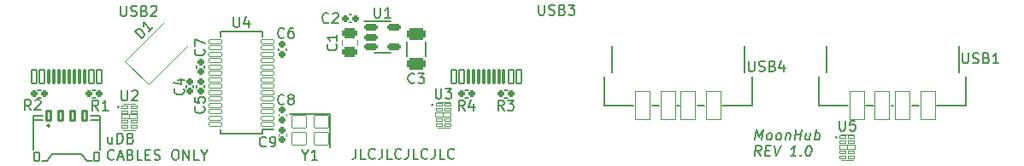
<source format=gbr>
%TF.GenerationSoftware,KiCad,Pcbnew,7.0.6*%
%TF.CreationDate,2024-01-21T15:46:54+00:00*%
%TF.ProjectId,MoonHub,4d6f6f6e-4875-4622-9e6b-696361645f70,rev?*%
%TF.SameCoordinates,Original*%
%TF.FileFunction,Legend,Top*%
%TF.FilePolarity,Positive*%
%FSLAX46Y46*%
G04 Gerber Fmt 4.6, Leading zero omitted, Abs format (unit mm)*
G04 Created by KiCad (PCBNEW 7.0.6) date 2024-01-21 15:46:54*
%MOMM*%
%LPD*%
G01*
G04 APERTURE LIST*
G04 Aperture macros list*
%AMRoundRect*
0 Rectangle with rounded corners*
0 $1 Rounding radius*
0 $2 $3 $4 $5 $6 $7 $8 $9 X,Y pos of 4 corners*
0 Add a 4 corners polygon primitive as box body*
4,1,4,$2,$3,$4,$5,$6,$7,$8,$9,$2,$3,0*
0 Add four circle primitives for the rounded corners*
1,1,$1+$1,$2,$3*
1,1,$1+$1,$4,$5*
1,1,$1+$1,$6,$7*
1,1,$1+$1,$8,$9*
0 Add four rect primitives between the rounded corners*
20,1,$1+$1,$2,$3,$4,$5,0*
20,1,$1+$1,$4,$5,$6,$7,0*
20,1,$1+$1,$6,$7,$8,$9,0*
20,1,$1+$1,$8,$9,$2,$3,0*%
G04 Aperture macros list end*
%ADD10C,0.203200*%
%ADD11C,0.153000*%
%ADD12C,0.150000*%
%ADD13C,0.120000*%
%ADD14C,0.100000*%
%ADD15C,0.200000*%
%ADD16C,0.650000*%
%ADD17RoundRect,0.288000X0.475000X-0.250000X0.475000X0.250000X-0.475000X0.250000X-0.475000X-0.250000X0*%
%ADD18C,2.276000*%
%ADD19RoundRect,0.038000X-0.337500X0.100000X-0.337500X-0.100000X0.337500X-0.100000X0.337500X0.100000X0*%
%ADD20RoundRect,0.038000X-0.387500X0.200000X-0.387500X-0.200000X0.387500X-0.200000X0.387500X0.200000X0*%
%ADD21RoundRect,0.178000X-0.170000X0.140000X-0.170000X-0.140000X0.170000X-0.140000X0.170000X0.140000X0*%
%ADD22RoundRect,0.288000X-0.650000X0.325000X-0.650000X-0.325000X0.650000X-0.325000X0.650000X0.325000X0*%
%ADD23O,1.376000X1.976000*%
%ADD24O,1.176000X2.276000*%
%ADD25RoundRect,0.098000X0.090000X0.665000X-0.090000X0.665000X-0.090000X-0.665000X0.090000X-0.665000X0*%
%ADD26RoundRect,0.098000X0.240000X0.665000X-0.240000X0.665000X-0.240000X-0.665000X0.240000X-0.665000X0*%
%ADD27C,0.726000*%
%ADD28RoundRect,0.178000X0.140000X0.170000X-0.140000X0.170000X-0.140000X-0.170000X0.140000X-0.170000X0*%
%ADD29RoundRect,0.288000X-0.247487X-1.166726X1.166726X0.247487X0.247487X1.166726X-1.166726X-0.247487X0*%
%ADD30RoundRect,0.178000X0.170000X-0.140000X0.170000X0.140000X-0.170000X0.140000X-0.170000X-0.140000X0*%
%ADD31RoundRect,0.173000X0.135000X0.185000X-0.135000X0.185000X-0.135000X-0.185000X0.135000X-0.185000X0*%
%ADD32RoundRect,0.173000X-0.135000X-0.185000X0.135000X-0.185000X0.135000X0.185000X-0.135000X0.185000X0*%
%ADD33RoundRect,0.038000X0.600000X0.200000X-0.600000X0.200000X-0.600000X-0.200000X0.600000X-0.200000X0*%
%ADD34RoundRect,0.100000X-0.250000X-0.400000X0.250000X-0.400000X0.250000X0.400000X-0.250000X0.400000X0*%
%ADD35RoundRect,0.125000X-0.250000X-0.475000X0.250000X-0.475000X0.250000X0.475000X-0.250000X0.475000X0*%
%ADD36RoundRect,0.038000X0.700000X0.600000X-0.700000X0.600000X-0.700000X-0.600000X0.700000X-0.600000X0*%
%ADD37RoundRect,0.038000X-0.700000X-1.400000X0.700000X-1.400000X0.700000X1.400000X-0.700000X1.400000X0*%
%ADD38O,1.476000X2.576000*%
%ADD39C,3.576001*%
%ADD40RoundRect,0.188000X-0.512500X-0.150000X0.512500X-0.150000X0.512500X0.150000X-0.512500X0.150000X0*%
G04 APERTURE END LIST*
D10*
X13511017Y-13652000D02*
X13511017Y-14329333D01*
X13075588Y-13652000D02*
X13075588Y-14184191D01*
X13075588Y-14184191D02*
X13123969Y-14280953D01*
X13123969Y-14280953D02*
X13220731Y-14329333D01*
X13220731Y-14329333D02*
X13365874Y-14329333D01*
X13365874Y-14329333D02*
X13462636Y-14280953D01*
X13462636Y-14280953D02*
X13511017Y-14232572D01*
X13994826Y-14329333D02*
X13994826Y-13313333D01*
X13994826Y-13313333D02*
X14236731Y-13313333D01*
X14236731Y-13313333D02*
X14381874Y-13361714D01*
X14381874Y-13361714D02*
X14478636Y-13458476D01*
X14478636Y-13458476D02*
X14527017Y-13555238D01*
X14527017Y-13555238D02*
X14575398Y-13748762D01*
X14575398Y-13748762D02*
X14575398Y-13893905D01*
X14575398Y-13893905D02*
X14527017Y-14087429D01*
X14527017Y-14087429D02*
X14478636Y-14184191D01*
X14478636Y-14184191D02*
X14381874Y-14280953D01*
X14381874Y-14280953D02*
X14236731Y-14329333D01*
X14236731Y-14329333D02*
X13994826Y-14329333D01*
X15349493Y-13797143D02*
X15494636Y-13845524D01*
X15494636Y-13845524D02*
X15543017Y-13893905D01*
X15543017Y-13893905D02*
X15591398Y-13990667D01*
X15591398Y-13990667D02*
X15591398Y-14135810D01*
X15591398Y-14135810D02*
X15543017Y-14232572D01*
X15543017Y-14232572D02*
X15494636Y-14280953D01*
X15494636Y-14280953D02*
X15397874Y-14329333D01*
X15397874Y-14329333D02*
X15010826Y-14329333D01*
X15010826Y-14329333D02*
X15010826Y-13313333D01*
X15010826Y-13313333D02*
X15349493Y-13313333D01*
X15349493Y-13313333D02*
X15446255Y-13361714D01*
X15446255Y-13361714D02*
X15494636Y-13410095D01*
X15494636Y-13410095D02*
X15543017Y-13506857D01*
X15543017Y-13506857D02*
X15543017Y-13603619D01*
X15543017Y-13603619D02*
X15494636Y-13700381D01*
X15494636Y-13700381D02*
X15446255Y-13748762D01*
X15446255Y-13748762D02*
X15349493Y-13797143D01*
X15349493Y-13797143D02*
X15010826Y-13797143D01*
X13656160Y-15868332D02*
X13607779Y-15916713D01*
X13607779Y-15916713D02*
X13462636Y-15965093D01*
X13462636Y-15965093D02*
X13365874Y-15965093D01*
X13365874Y-15965093D02*
X13220731Y-15916713D01*
X13220731Y-15916713D02*
X13123969Y-15819951D01*
X13123969Y-15819951D02*
X13075588Y-15723189D01*
X13075588Y-15723189D02*
X13027207Y-15529665D01*
X13027207Y-15529665D02*
X13027207Y-15384522D01*
X13027207Y-15384522D02*
X13075588Y-15190998D01*
X13075588Y-15190998D02*
X13123969Y-15094236D01*
X13123969Y-15094236D02*
X13220731Y-14997474D01*
X13220731Y-14997474D02*
X13365874Y-14949093D01*
X13365874Y-14949093D02*
X13462636Y-14949093D01*
X13462636Y-14949093D02*
X13607779Y-14997474D01*
X13607779Y-14997474D02*
X13656160Y-15045855D01*
X14043207Y-15674808D02*
X14527017Y-15674808D01*
X13946445Y-15965093D02*
X14285112Y-14949093D01*
X14285112Y-14949093D02*
X14623779Y-15965093D01*
X15301112Y-15432903D02*
X15446255Y-15481284D01*
X15446255Y-15481284D02*
X15494636Y-15529665D01*
X15494636Y-15529665D02*
X15543017Y-15626427D01*
X15543017Y-15626427D02*
X15543017Y-15771570D01*
X15543017Y-15771570D02*
X15494636Y-15868332D01*
X15494636Y-15868332D02*
X15446255Y-15916713D01*
X15446255Y-15916713D02*
X15349493Y-15965093D01*
X15349493Y-15965093D02*
X14962445Y-15965093D01*
X14962445Y-15965093D02*
X14962445Y-14949093D01*
X14962445Y-14949093D02*
X15301112Y-14949093D01*
X15301112Y-14949093D02*
X15397874Y-14997474D01*
X15397874Y-14997474D02*
X15446255Y-15045855D01*
X15446255Y-15045855D02*
X15494636Y-15142617D01*
X15494636Y-15142617D02*
X15494636Y-15239379D01*
X15494636Y-15239379D02*
X15446255Y-15336141D01*
X15446255Y-15336141D02*
X15397874Y-15384522D01*
X15397874Y-15384522D02*
X15301112Y-15432903D01*
X15301112Y-15432903D02*
X14962445Y-15432903D01*
X16462255Y-15965093D02*
X15978445Y-15965093D01*
X15978445Y-15965093D02*
X15978445Y-14949093D01*
X16800921Y-15432903D02*
X17139588Y-15432903D01*
X17284731Y-15965093D02*
X16800921Y-15965093D01*
X16800921Y-15965093D02*
X16800921Y-14949093D01*
X16800921Y-14949093D02*
X17284731Y-14949093D01*
X17671778Y-15916713D02*
X17816921Y-15965093D01*
X17816921Y-15965093D02*
X18058826Y-15965093D01*
X18058826Y-15965093D02*
X18155588Y-15916713D01*
X18155588Y-15916713D02*
X18203969Y-15868332D01*
X18203969Y-15868332D02*
X18252350Y-15771570D01*
X18252350Y-15771570D02*
X18252350Y-15674808D01*
X18252350Y-15674808D02*
X18203969Y-15578046D01*
X18203969Y-15578046D02*
X18155588Y-15529665D01*
X18155588Y-15529665D02*
X18058826Y-15481284D01*
X18058826Y-15481284D02*
X17865302Y-15432903D01*
X17865302Y-15432903D02*
X17768540Y-15384522D01*
X17768540Y-15384522D02*
X17720159Y-15336141D01*
X17720159Y-15336141D02*
X17671778Y-15239379D01*
X17671778Y-15239379D02*
X17671778Y-15142617D01*
X17671778Y-15142617D02*
X17720159Y-15045855D01*
X17720159Y-15045855D02*
X17768540Y-14997474D01*
X17768540Y-14997474D02*
X17865302Y-14949093D01*
X17865302Y-14949093D02*
X18107207Y-14949093D01*
X18107207Y-14949093D02*
X18252350Y-14997474D01*
X19655397Y-14949093D02*
X19848921Y-14949093D01*
X19848921Y-14949093D02*
X19945683Y-14997474D01*
X19945683Y-14997474D02*
X20042445Y-15094236D01*
X20042445Y-15094236D02*
X20090826Y-15287760D01*
X20090826Y-15287760D02*
X20090826Y-15626427D01*
X20090826Y-15626427D02*
X20042445Y-15819951D01*
X20042445Y-15819951D02*
X19945683Y-15916713D01*
X19945683Y-15916713D02*
X19848921Y-15965093D01*
X19848921Y-15965093D02*
X19655397Y-15965093D01*
X19655397Y-15965093D02*
X19558635Y-15916713D01*
X19558635Y-15916713D02*
X19461873Y-15819951D01*
X19461873Y-15819951D02*
X19413492Y-15626427D01*
X19413492Y-15626427D02*
X19413492Y-15287760D01*
X19413492Y-15287760D02*
X19461873Y-15094236D01*
X19461873Y-15094236D02*
X19558635Y-14997474D01*
X19558635Y-14997474D02*
X19655397Y-14949093D01*
X20526254Y-15965093D02*
X20526254Y-14949093D01*
X20526254Y-14949093D02*
X21106826Y-15965093D01*
X21106826Y-15965093D02*
X21106826Y-14949093D01*
X22074445Y-15965093D02*
X21590635Y-15965093D01*
X21590635Y-15965093D02*
X21590635Y-14949093D01*
X22606635Y-15481284D02*
X22606635Y-15965093D01*
X22267968Y-14949093D02*
X22606635Y-15481284D01*
X22606635Y-15481284D02*
X22945302Y-14949093D01*
D11*
X37632847Y-14851704D02*
X37632847Y-15577419D01*
X37632847Y-15577419D02*
X37584466Y-15722562D01*
X37584466Y-15722562D02*
X37487704Y-15819324D01*
X37487704Y-15819324D02*
X37342561Y-15867704D01*
X37342561Y-15867704D02*
X37245799Y-15867704D01*
X38600466Y-15867704D02*
X38116656Y-15867704D01*
X38116656Y-15867704D02*
X38116656Y-14851704D01*
X39519704Y-15770943D02*
X39471323Y-15819324D01*
X39471323Y-15819324D02*
X39326180Y-15867704D01*
X39326180Y-15867704D02*
X39229418Y-15867704D01*
X39229418Y-15867704D02*
X39084275Y-15819324D01*
X39084275Y-15819324D02*
X38987513Y-15722562D01*
X38987513Y-15722562D02*
X38939132Y-15625800D01*
X38939132Y-15625800D02*
X38890751Y-15432276D01*
X38890751Y-15432276D02*
X38890751Y-15287133D01*
X38890751Y-15287133D02*
X38939132Y-15093609D01*
X38939132Y-15093609D02*
X38987513Y-14996847D01*
X38987513Y-14996847D02*
X39084275Y-14900085D01*
X39084275Y-14900085D02*
X39229418Y-14851704D01*
X39229418Y-14851704D02*
X39326180Y-14851704D01*
X39326180Y-14851704D02*
X39471323Y-14900085D01*
X39471323Y-14900085D02*
X39519704Y-14948466D01*
X40245418Y-14851704D02*
X40245418Y-15577419D01*
X40245418Y-15577419D02*
X40197037Y-15722562D01*
X40197037Y-15722562D02*
X40100275Y-15819324D01*
X40100275Y-15819324D02*
X39955132Y-15867704D01*
X39955132Y-15867704D02*
X39858370Y-15867704D01*
X41213037Y-15867704D02*
X40729227Y-15867704D01*
X40729227Y-15867704D02*
X40729227Y-14851704D01*
X42132275Y-15770943D02*
X42083894Y-15819324D01*
X42083894Y-15819324D02*
X41938751Y-15867704D01*
X41938751Y-15867704D02*
X41841989Y-15867704D01*
X41841989Y-15867704D02*
X41696846Y-15819324D01*
X41696846Y-15819324D02*
X41600084Y-15722562D01*
X41600084Y-15722562D02*
X41551703Y-15625800D01*
X41551703Y-15625800D02*
X41503322Y-15432276D01*
X41503322Y-15432276D02*
X41503322Y-15287133D01*
X41503322Y-15287133D02*
X41551703Y-15093609D01*
X41551703Y-15093609D02*
X41600084Y-14996847D01*
X41600084Y-14996847D02*
X41696846Y-14900085D01*
X41696846Y-14900085D02*
X41841989Y-14851704D01*
X41841989Y-14851704D02*
X41938751Y-14851704D01*
X41938751Y-14851704D02*
X42083894Y-14900085D01*
X42083894Y-14900085D02*
X42132275Y-14948466D01*
X42857989Y-14851704D02*
X42857989Y-15577419D01*
X42857989Y-15577419D02*
X42809608Y-15722562D01*
X42809608Y-15722562D02*
X42712846Y-15819324D01*
X42712846Y-15819324D02*
X42567703Y-15867704D01*
X42567703Y-15867704D02*
X42470941Y-15867704D01*
X43825608Y-15867704D02*
X43341798Y-15867704D01*
X43341798Y-15867704D02*
X43341798Y-14851704D01*
X44744846Y-15770943D02*
X44696465Y-15819324D01*
X44696465Y-15819324D02*
X44551322Y-15867704D01*
X44551322Y-15867704D02*
X44454560Y-15867704D01*
X44454560Y-15867704D02*
X44309417Y-15819324D01*
X44309417Y-15819324D02*
X44212655Y-15722562D01*
X44212655Y-15722562D02*
X44164274Y-15625800D01*
X44164274Y-15625800D02*
X44115893Y-15432276D01*
X44115893Y-15432276D02*
X44115893Y-15287133D01*
X44115893Y-15287133D02*
X44164274Y-15093609D01*
X44164274Y-15093609D02*
X44212655Y-14996847D01*
X44212655Y-14996847D02*
X44309417Y-14900085D01*
X44309417Y-14900085D02*
X44454560Y-14851704D01*
X44454560Y-14851704D02*
X44551322Y-14851704D01*
X44551322Y-14851704D02*
X44696465Y-14900085D01*
X44696465Y-14900085D02*
X44744846Y-14948466D01*
X45470560Y-14851704D02*
X45470560Y-15577419D01*
X45470560Y-15577419D02*
X45422179Y-15722562D01*
X45422179Y-15722562D02*
X45325417Y-15819324D01*
X45325417Y-15819324D02*
X45180274Y-15867704D01*
X45180274Y-15867704D02*
X45083512Y-15867704D01*
X46438179Y-15867704D02*
X45954369Y-15867704D01*
X45954369Y-15867704D02*
X45954369Y-14851704D01*
X47357417Y-15770943D02*
X47309036Y-15819324D01*
X47309036Y-15819324D02*
X47163893Y-15867704D01*
X47163893Y-15867704D02*
X47067131Y-15867704D01*
X47067131Y-15867704D02*
X46921988Y-15819324D01*
X46921988Y-15819324D02*
X46825226Y-15722562D01*
X46825226Y-15722562D02*
X46776845Y-15625800D01*
X46776845Y-15625800D02*
X46728464Y-15432276D01*
X46728464Y-15432276D02*
X46728464Y-15287133D01*
X46728464Y-15287133D02*
X46776845Y-15093609D01*
X46776845Y-15093609D02*
X46825226Y-14996847D01*
X46825226Y-14996847D02*
X46921988Y-14900085D01*
X46921988Y-14900085D02*
X47067131Y-14851704D01*
X47067131Y-14851704D02*
X47163893Y-14851704D01*
X47163893Y-14851704D02*
X47309036Y-14900085D01*
X47309036Y-14900085D02*
X47357417Y-14948466D01*
D10*
X77169541Y-13965093D02*
X77296541Y-12949093D01*
X77296541Y-12949093D02*
X77544493Y-13674808D01*
X77544493Y-13674808D02*
X77973874Y-12949093D01*
X77973874Y-12949093D02*
X77846874Y-13965093D01*
X78475827Y-13965093D02*
X78385112Y-13916713D01*
X78385112Y-13916713D02*
X78342779Y-13868332D01*
X78342779Y-13868332D02*
X78306493Y-13771570D01*
X78306493Y-13771570D02*
X78342779Y-13481284D01*
X78342779Y-13481284D02*
X78403255Y-13384522D01*
X78403255Y-13384522D02*
X78457684Y-13336141D01*
X78457684Y-13336141D02*
X78560493Y-13287760D01*
X78560493Y-13287760D02*
X78705636Y-13287760D01*
X78705636Y-13287760D02*
X78796350Y-13336141D01*
X78796350Y-13336141D02*
X78838684Y-13384522D01*
X78838684Y-13384522D02*
X78874969Y-13481284D01*
X78874969Y-13481284D02*
X78838684Y-13771570D01*
X78838684Y-13771570D02*
X78778207Y-13868332D01*
X78778207Y-13868332D02*
X78723779Y-13916713D01*
X78723779Y-13916713D02*
X78620969Y-13965093D01*
X78620969Y-13965093D02*
X78475827Y-13965093D01*
X79395065Y-13965093D02*
X79304350Y-13916713D01*
X79304350Y-13916713D02*
X79262017Y-13868332D01*
X79262017Y-13868332D02*
X79225731Y-13771570D01*
X79225731Y-13771570D02*
X79262017Y-13481284D01*
X79262017Y-13481284D02*
X79322493Y-13384522D01*
X79322493Y-13384522D02*
X79376922Y-13336141D01*
X79376922Y-13336141D02*
X79479731Y-13287760D01*
X79479731Y-13287760D02*
X79624874Y-13287760D01*
X79624874Y-13287760D02*
X79715588Y-13336141D01*
X79715588Y-13336141D02*
X79757922Y-13384522D01*
X79757922Y-13384522D02*
X79794207Y-13481284D01*
X79794207Y-13481284D02*
X79757922Y-13771570D01*
X79757922Y-13771570D02*
X79697445Y-13868332D01*
X79697445Y-13868332D02*
X79643017Y-13916713D01*
X79643017Y-13916713D02*
X79540207Y-13965093D01*
X79540207Y-13965093D02*
X79395065Y-13965093D01*
X80253826Y-13287760D02*
X80169160Y-13965093D01*
X80241731Y-13384522D02*
X80296160Y-13336141D01*
X80296160Y-13336141D02*
X80398969Y-13287760D01*
X80398969Y-13287760D02*
X80544112Y-13287760D01*
X80544112Y-13287760D02*
X80634826Y-13336141D01*
X80634826Y-13336141D02*
X80671112Y-13432903D01*
X80671112Y-13432903D02*
X80604588Y-13965093D01*
X81088398Y-13965093D02*
X81215398Y-12949093D01*
X81154921Y-13432903D02*
X81735493Y-13432903D01*
X81668969Y-13965093D02*
X81795969Y-12949093D01*
X82672874Y-13287760D02*
X82588207Y-13965093D01*
X82237445Y-13287760D02*
X82170922Y-13819951D01*
X82170922Y-13819951D02*
X82207207Y-13916713D01*
X82207207Y-13916713D02*
X82297922Y-13965093D01*
X82297922Y-13965093D02*
X82443064Y-13965093D01*
X82443064Y-13965093D02*
X82545874Y-13916713D01*
X82545874Y-13916713D02*
X82600302Y-13868332D01*
X83072017Y-13965093D02*
X83199017Y-12949093D01*
X83150636Y-13336141D02*
X83253445Y-13287760D01*
X83253445Y-13287760D02*
X83446969Y-13287760D01*
X83446969Y-13287760D02*
X83537683Y-13336141D01*
X83537683Y-13336141D02*
X83580017Y-13384522D01*
X83580017Y-13384522D02*
X83616302Y-13481284D01*
X83616302Y-13481284D02*
X83580017Y-13771570D01*
X83580017Y-13771570D02*
X83519540Y-13868332D01*
X83519540Y-13868332D02*
X83465112Y-13916713D01*
X83465112Y-13916713D02*
X83362302Y-13965093D01*
X83362302Y-13965093D02*
X83168779Y-13965093D01*
X83168779Y-13965093D02*
X83078064Y-13916713D01*
D11*
X77717085Y-15567704D02*
X77438895Y-15083895D01*
X77136514Y-15567704D02*
X77263514Y-14551704D01*
X77263514Y-14551704D02*
X77650561Y-14551704D01*
X77650561Y-14551704D02*
X77741276Y-14600085D01*
X77741276Y-14600085D02*
X77783609Y-14648466D01*
X77783609Y-14648466D02*
X77819895Y-14745228D01*
X77819895Y-14745228D02*
X77801752Y-14890371D01*
X77801752Y-14890371D02*
X77741276Y-14987133D01*
X77741276Y-14987133D02*
X77686847Y-15035514D01*
X77686847Y-15035514D02*
X77584037Y-15083895D01*
X77584037Y-15083895D02*
X77196990Y-15083895D01*
X78219037Y-15035514D02*
X78557704Y-15035514D01*
X78636323Y-15567704D02*
X78152514Y-15567704D01*
X78152514Y-15567704D02*
X78279514Y-14551704D01*
X78279514Y-14551704D02*
X78763323Y-14551704D01*
X79053609Y-14551704D02*
X79265275Y-15567704D01*
X79265275Y-15567704D02*
X79730942Y-14551704D01*
X81248894Y-15567704D02*
X80668323Y-15567704D01*
X80958608Y-15567704D02*
X81085608Y-14551704D01*
X81085608Y-14551704D02*
X80970704Y-14696847D01*
X80970704Y-14696847D02*
X80861847Y-14793609D01*
X80861847Y-14793609D02*
X80759037Y-14841990D01*
X81696418Y-15470943D02*
X81738751Y-15519324D01*
X81738751Y-15519324D02*
X81684323Y-15567704D01*
X81684323Y-15567704D02*
X81641989Y-15519324D01*
X81641989Y-15519324D02*
X81696418Y-15470943D01*
X81696418Y-15470943D02*
X81684323Y-15567704D01*
X82488656Y-14551704D02*
X82585418Y-14551704D01*
X82585418Y-14551704D02*
X82676133Y-14600085D01*
X82676133Y-14600085D02*
X82718466Y-14648466D01*
X82718466Y-14648466D02*
X82754752Y-14745228D01*
X82754752Y-14745228D02*
X82778942Y-14938752D01*
X82778942Y-14938752D02*
X82748704Y-15180657D01*
X82748704Y-15180657D02*
X82676133Y-15374181D01*
X82676133Y-15374181D02*
X82615656Y-15470943D01*
X82615656Y-15470943D02*
X82561228Y-15519324D01*
X82561228Y-15519324D02*
X82458418Y-15567704D01*
X82458418Y-15567704D02*
X82361656Y-15567704D01*
X82361656Y-15567704D02*
X82270942Y-15519324D01*
X82270942Y-15519324D02*
X82228609Y-15470943D01*
X82228609Y-15470943D02*
X82192323Y-15374181D01*
X82192323Y-15374181D02*
X82168133Y-15180657D01*
X82168133Y-15180657D02*
X82198371Y-14938752D01*
X82198371Y-14938752D02*
X82270942Y-14745228D01*
X82270942Y-14745228D02*
X82331418Y-14648466D01*
X82331418Y-14648466D02*
X82385847Y-14600085D01*
X82385847Y-14600085D02*
X82488656Y-14551704D01*
D12*
X35679580Y-4466666D02*
X35727200Y-4514285D01*
X35727200Y-4514285D02*
X35774819Y-4657142D01*
X35774819Y-4657142D02*
X35774819Y-4752380D01*
X35774819Y-4752380D02*
X35727200Y-4895237D01*
X35727200Y-4895237D02*
X35631961Y-4990475D01*
X35631961Y-4990475D02*
X35536723Y-5038094D01*
X35536723Y-5038094D02*
X35346247Y-5085713D01*
X35346247Y-5085713D02*
X35203390Y-5085713D01*
X35203390Y-5085713D02*
X35012914Y-5038094D01*
X35012914Y-5038094D02*
X34917676Y-4990475D01*
X34917676Y-4990475D02*
X34822438Y-4895237D01*
X34822438Y-4895237D02*
X34774819Y-4752380D01*
X34774819Y-4752380D02*
X34774819Y-4657142D01*
X34774819Y-4657142D02*
X34822438Y-4514285D01*
X34822438Y-4514285D02*
X34870057Y-4466666D01*
X35774819Y-3514285D02*
X35774819Y-4085713D01*
X35774819Y-3799999D02*
X34774819Y-3799999D01*
X34774819Y-3799999D02*
X34917676Y-3895237D01*
X34917676Y-3895237D02*
X35012914Y-3990475D01*
X35012914Y-3990475D02*
X35060533Y-4085713D01*
D11*
X45525904Y-8846064D02*
X45525904Y-9668541D01*
X45525904Y-9668541D02*
X45574285Y-9765303D01*
X45574285Y-9765303D02*
X45622666Y-9813684D01*
X45622666Y-9813684D02*
X45719428Y-9862064D01*
X45719428Y-9862064D02*
X45912952Y-9862064D01*
X45912952Y-9862064D02*
X46009714Y-9813684D01*
X46009714Y-9813684D02*
X46058095Y-9765303D01*
X46058095Y-9765303D02*
X46106476Y-9668541D01*
X46106476Y-9668541D02*
X46106476Y-8846064D01*
X46493523Y-8846064D02*
X47122476Y-8846064D01*
X47122476Y-8846064D02*
X46783809Y-9233112D01*
X46783809Y-9233112D02*
X46928952Y-9233112D01*
X46928952Y-9233112D02*
X47025714Y-9281493D01*
X47025714Y-9281493D02*
X47074095Y-9329874D01*
X47074095Y-9329874D02*
X47122476Y-9426636D01*
X47122476Y-9426636D02*
X47122476Y-9668541D01*
X47122476Y-9668541D02*
X47074095Y-9765303D01*
X47074095Y-9765303D02*
X47025714Y-9813684D01*
X47025714Y-9813684D02*
X46928952Y-9862064D01*
X46928952Y-9862064D02*
X46638666Y-9862064D01*
X46638666Y-9862064D02*
X46541904Y-9813684D01*
X46541904Y-9813684D02*
X46493523Y-9765303D01*
D12*
X28733333Y-14559580D02*
X28685714Y-14607200D01*
X28685714Y-14607200D02*
X28542857Y-14654819D01*
X28542857Y-14654819D02*
X28447619Y-14654819D01*
X28447619Y-14654819D02*
X28304762Y-14607200D01*
X28304762Y-14607200D02*
X28209524Y-14511961D01*
X28209524Y-14511961D02*
X28161905Y-14416723D01*
X28161905Y-14416723D02*
X28114286Y-14226247D01*
X28114286Y-14226247D02*
X28114286Y-14083390D01*
X28114286Y-14083390D02*
X28161905Y-13892914D01*
X28161905Y-13892914D02*
X28209524Y-13797676D01*
X28209524Y-13797676D02*
X28304762Y-13702438D01*
X28304762Y-13702438D02*
X28447619Y-13654819D01*
X28447619Y-13654819D02*
X28542857Y-13654819D01*
X28542857Y-13654819D02*
X28685714Y-13702438D01*
X28685714Y-13702438D02*
X28733333Y-13750057D01*
X29209524Y-14654819D02*
X29400000Y-14654819D01*
X29400000Y-14654819D02*
X29495238Y-14607200D01*
X29495238Y-14607200D02*
X29542857Y-14559580D01*
X29542857Y-14559580D02*
X29638095Y-14416723D01*
X29638095Y-14416723D02*
X29685714Y-14226247D01*
X29685714Y-14226247D02*
X29685714Y-13845295D01*
X29685714Y-13845295D02*
X29638095Y-13750057D01*
X29638095Y-13750057D02*
X29590476Y-13702438D01*
X29590476Y-13702438D02*
X29495238Y-13654819D01*
X29495238Y-13654819D02*
X29304762Y-13654819D01*
X29304762Y-13654819D02*
X29209524Y-13702438D01*
X29209524Y-13702438D02*
X29161905Y-13750057D01*
X29161905Y-13750057D02*
X29114286Y-13845295D01*
X29114286Y-13845295D02*
X29114286Y-14083390D01*
X29114286Y-14083390D02*
X29161905Y-14178628D01*
X29161905Y-14178628D02*
X29209524Y-14226247D01*
X29209524Y-14226247D02*
X29304762Y-14273866D01*
X29304762Y-14273866D02*
X29495238Y-14273866D01*
X29495238Y-14273866D02*
X29590476Y-14226247D01*
X29590476Y-14226247D02*
X29638095Y-14178628D01*
X29638095Y-14178628D02*
X29685714Y-14083390D01*
D11*
X43430667Y-8265303D02*
X43382286Y-8313684D01*
X43382286Y-8313684D02*
X43237143Y-8362064D01*
X43237143Y-8362064D02*
X43140381Y-8362064D01*
X43140381Y-8362064D02*
X42995238Y-8313684D01*
X42995238Y-8313684D02*
X42898476Y-8216922D01*
X42898476Y-8216922D02*
X42850095Y-8120160D01*
X42850095Y-8120160D02*
X42801714Y-7926636D01*
X42801714Y-7926636D02*
X42801714Y-7781493D01*
X42801714Y-7781493D02*
X42850095Y-7587969D01*
X42850095Y-7587969D02*
X42898476Y-7491207D01*
X42898476Y-7491207D02*
X42995238Y-7394445D01*
X42995238Y-7394445D02*
X43140381Y-7346064D01*
X43140381Y-7346064D02*
X43237143Y-7346064D01*
X43237143Y-7346064D02*
X43382286Y-7394445D01*
X43382286Y-7394445D02*
X43430667Y-7442826D01*
X43769333Y-7346064D02*
X44398286Y-7346064D01*
X44398286Y-7346064D02*
X44059619Y-7733112D01*
X44059619Y-7733112D02*
X44204762Y-7733112D01*
X44204762Y-7733112D02*
X44301524Y-7781493D01*
X44301524Y-7781493D02*
X44349905Y-7829874D01*
X44349905Y-7829874D02*
X44398286Y-7926636D01*
X44398286Y-7926636D02*
X44398286Y-8168541D01*
X44398286Y-8168541D02*
X44349905Y-8265303D01*
X44349905Y-8265303D02*
X44301524Y-8313684D01*
X44301524Y-8313684D02*
X44204762Y-8362064D01*
X44204762Y-8362064D02*
X43914476Y-8362064D01*
X43914476Y-8362064D02*
X43817714Y-8313684D01*
X43817714Y-8313684D02*
X43769333Y-8265303D01*
X55734095Y-546064D02*
X55734095Y-1368541D01*
X55734095Y-1368541D02*
X55782476Y-1465303D01*
X55782476Y-1465303D02*
X55830857Y-1513684D01*
X55830857Y-1513684D02*
X55927619Y-1562064D01*
X55927619Y-1562064D02*
X56121143Y-1562064D01*
X56121143Y-1562064D02*
X56217905Y-1513684D01*
X56217905Y-1513684D02*
X56266286Y-1465303D01*
X56266286Y-1465303D02*
X56314667Y-1368541D01*
X56314667Y-1368541D02*
X56314667Y-546064D01*
X56750095Y-1513684D02*
X56895238Y-1562064D01*
X56895238Y-1562064D02*
X57137143Y-1562064D01*
X57137143Y-1562064D02*
X57233905Y-1513684D01*
X57233905Y-1513684D02*
X57282286Y-1465303D01*
X57282286Y-1465303D02*
X57330667Y-1368541D01*
X57330667Y-1368541D02*
X57330667Y-1271779D01*
X57330667Y-1271779D02*
X57282286Y-1175017D01*
X57282286Y-1175017D02*
X57233905Y-1126636D01*
X57233905Y-1126636D02*
X57137143Y-1078255D01*
X57137143Y-1078255D02*
X56943619Y-1029874D01*
X56943619Y-1029874D02*
X56846857Y-981493D01*
X56846857Y-981493D02*
X56798476Y-933112D01*
X56798476Y-933112D02*
X56750095Y-836350D01*
X56750095Y-836350D02*
X56750095Y-739588D01*
X56750095Y-739588D02*
X56798476Y-642826D01*
X56798476Y-642826D02*
X56846857Y-594445D01*
X56846857Y-594445D02*
X56943619Y-546064D01*
X56943619Y-546064D02*
X57185524Y-546064D01*
X57185524Y-546064D02*
X57330667Y-594445D01*
X58104762Y-1029874D02*
X58249905Y-1078255D01*
X58249905Y-1078255D02*
X58298286Y-1126636D01*
X58298286Y-1126636D02*
X58346667Y-1223398D01*
X58346667Y-1223398D02*
X58346667Y-1368541D01*
X58346667Y-1368541D02*
X58298286Y-1465303D01*
X58298286Y-1465303D02*
X58249905Y-1513684D01*
X58249905Y-1513684D02*
X58153143Y-1562064D01*
X58153143Y-1562064D02*
X57766095Y-1562064D01*
X57766095Y-1562064D02*
X57766095Y-546064D01*
X57766095Y-546064D02*
X58104762Y-546064D01*
X58104762Y-546064D02*
X58201524Y-594445D01*
X58201524Y-594445D02*
X58249905Y-642826D01*
X58249905Y-642826D02*
X58298286Y-739588D01*
X58298286Y-739588D02*
X58298286Y-836350D01*
X58298286Y-836350D02*
X58249905Y-933112D01*
X58249905Y-933112D02*
X58201524Y-981493D01*
X58201524Y-981493D02*
X58104762Y-1029874D01*
X58104762Y-1029874D02*
X57766095Y-1029874D01*
X58685333Y-546064D02*
X59314286Y-546064D01*
X59314286Y-546064D02*
X58975619Y-933112D01*
X58975619Y-933112D02*
X59120762Y-933112D01*
X59120762Y-933112D02*
X59217524Y-981493D01*
X59217524Y-981493D02*
X59265905Y-1029874D01*
X59265905Y-1029874D02*
X59314286Y-1126636D01*
X59314286Y-1126636D02*
X59314286Y-1368541D01*
X59314286Y-1368541D02*
X59265905Y-1465303D01*
X59265905Y-1465303D02*
X59217524Y-1513684D01*
X59217524Y-1513684D02*
X59120762Y-1562064D01*
X59120762Y-1562064D02*
X58830476Y-1562064D01*
X58830476Y-1562064D02*
X58733714Y-1513684D01*
X58733714Y-1513684D02*
X58685333Y-1465303D01*
X34930667Y-2265303D02*
X34882286Y-2313684D01*
X34882286Y-2313684D02*
X34737143Y-2362064D01*
X34737143Y-2362064D02*
X34640381Y-2362064D01*
X34640381Y-2362064D02*
X34495238Y-2313684D01*
X34495238Y-2313684D02*
X34398476Y-2216922D01*
X34398476Y-2216922D02*
X34350095Y-2120160D01*
X34350095Y-2120160D02*
X34301714Y-1926636D01*
X34301714Y-1926636D02*
X34301714Y-1781493D01*
X34301714Y-1781493D02*
X34350095Y-1587969D01*
X34350095Y-1587969D02*
X34398476Y-1491207D01*
X34398476Y-1491207D02*
X34495238Y-1394445D01*
X34495238Y-1394445D02*
X34640381Y-1346064D01*
X34640381Y-1346064D02*
X34737143Y-1346064D01*
X34737143Y-1346064D02*
X34882286Y-1394445D01*
X34882286Y-1394445D02*
X34930667Y-1442826D01*
X35317714Y-1442826D02*
X35366095Y-1394445D01*
X35366095Y-1394445D02*
X35462857Y-1346064D01*
X35462857Y-1346064D02*
X35704762Y-1346064D01*
X35704762Y-1346064D02*
X35801524Y-1394445D01*
X35801524Y-1394445D02*
X35849905Y-1442826D01*
X35849905Y-1442826D02*
X35898286Y-1539588D01*
X35898286Y-1539588D02*
X35898286Y-1636350D01*
X35898286Y-1636350D02*
X35849905Y-1781493D01*
X35849905Y-1781493D02*
X35269333Y-2362064D01*
X35269333Y-2362064D02*
X35898286Y-2362064D01*
D12*
X16431926Y-3875750D02*
X15724820Y-3168643D01*
X15724820Y-3168643D02*
X15893178Y-3000284D01*
X15893178Y-3000284D02*
X16027865Y-2932941D01*
X16027865Y-2932941D02*
X16162552Y-2932941D01*
X16162552Y-2932941D02*
X16263568Y-2966613D01*
X16263568Y-2966613D02*
X16431926Y-3067628D01*
X16431926Y-3067628D02*
X16532942Y-3168643D01*
X16532942Y-3168643D02*
X16633957Y-3337002D01*
X16633957Y-3337002D02*
X16667629Y-3438017D01*
X16667629Y-3438017D02*
X16667629Y-3572704D01*
X16667629Y-3572704D02*
X16600285Y-3707391D01*
X16600285Y-3707391D02*
X16431926Y-3875750D01*
X17509422Y-2798254D02*
X17105361Y-3202315D01*
X17307392Y-3000284D02*
X16600285Y-2293178D01*
X16600285Y-2293178D02*
X16633957Y-2461536D01*
X16633957Y-2461536D02*
X16633957Y-2596223D01*
X16633957Y-2596223D02*
X16600285Y-2697239D01*
D11*
X20565303Y-8869332D02*
X20613684Y-8917713D01*
X20613684Y-8917713D02*
X20662064Y-9062856D01*
X20662064Y-9062856D02*
X20662064Y-9159618D01*
X20662064Y-9159618D02*
X20613684Y-9304761D01*
X20613684Y-9304761D02*
X20516922Y-9401523D01*
X20516922Y-9401523D02*
X20420160Y-9449904D01*
X20420160Y-9449904D02*
X20226636Y-9498285D01*
X20226636Y-9498285D02*
X20081493Y-9498285D01*
X20081493Y-9498285D02*
X19887969Y-9449904D01*
X19887969Y-9449904D02*
X19791207Y-9401523D01*
X19791207Y-9401523D02*
X19694445Y-9304761D01*
X19694445Y-9304761D02*
X19646064Y-9159618D01*
X19646064Y-9159618D02*
X19646064Y-9062856D01*
X19646064Y-9062856D02*
X19694445Y-8917713D01*
X19694445Y-8917713D02*
X19742826Y-8869332D01*
X19984731Y-7998475D02*
X20662064Y-7998475D01*
X19597684Y-8240380D02*
X20323398Y-8482285D01*
X20323398Y-8482285D02*
X20323398Y-7853332D01*
D12*
X30533333Y-10359580D02*
X30485714Y-10407200D01*
X30485714Y-10407200D02*
X30342857Y-10454819D01*
X30342857Y-10454819D02*
X30247619Y-10454819D01*
X30247619Y-10454819D02*
X30104762Y-10407200D01*
X30104762Y-10407200D02*
X30009524Y-10311961D01*
X30009524Y-10311961D02*
X29961905Y-10216723D01*
X29961905Y-10216723D02*
X29914286Y-10026247D01*
X29914286Y-10026247D02*
X29914286Y-9883390D01*
X29914286Y-9883390D02*
X29961905Y-9692914D01*
X29961905Y-9692914D02*
X30009524Y-9597676D01*
X30009524Y-9597676D02*
X30104762Y-9502438D01*
X30104762Y-9502438D02*
X30247619Y-9454819D01*
X30247619Y-9454819D02*
X30342857Y-9454819D01*
X30342857Y-9454819D02*
X30485714Y-9502438D01*
X30485714Y-9502438D02*
X30533333Y-9550057D01*
X31104762Y-9883390D02*
X31009524Y-9835771D01*
X31009524Y-9835771D02*
X30961905Y-9788152D01*
X30961905Y-9788152D02*
X30914286Y-9692914D01*
X30914286Y-9692914D02*
X30914286Y-9645295D01*
X30914286Y-9645295D02*
X30961905Y-9550057D01*
X30961905Y-9550057D02*
X31009524Y-9502438D01*
X31009524Y-9502438D02*
X31104762Y-9454819D01*
X31104762Y-9454819D02*
X31295238Y-9454819D01*
X31295238Y-9454819D02*
X31390476Y-9502438D01*
X31390476Y-9502438D02*
X31438095Y-9550057D01*
X31438095Y-9550057D02*
X31485714Y-9645295D01*
X31485714Y-9645295D02*
X31485714Y-9692914D01*
X31485714Y-9692914D02*
X31438095Y-9788152D01*
X31438095Y-9788152D02*
X31390476Y-9835771D01*
X31390476Y-9835771D02*
X31295238Y-9883390D01*
X31295238Y-9883390D02*
X31104762Y-9883390D01*
X31104762Y-9883390D02*
X31009524Y-9931009D01*
X31009524Y-9931009D02*
X30961905Y-9978628D01*
X30961905Y-9978628D02*
X30914286Y-10073866D01*
X30914286Y-10073866D02*
X30914286Y-10264342D01*
X30914286Y-10264342D02*
X30961905Y-10359580D01*
X30961905Y-10359580D02*
X31009524Y-10407200D01*
X31009524Y-10407200D02*
X31104762Y-10454819D01*
X31104762Y-10454819D02*
X31295238Y-10454819D01*
X31295238Y-10454819D02*
X31390476Y-10407200D01*
X31390476Y-10407200D02*
X31438095Y-10359580D01*
X31438095Y-10359580D02*
X31485714Y-10264342D01*
X31485714Y-10264342D02*
X31485714Y-10073866D01*
X31485714Y-10073866D02*
X31438095Y-9978628D01*
X31438095Y-9978628D02*
X31390476Y-9931009D01*
X31390476Y-9931009D02*
X31295238Y-9883390D01*
D11*
X52305667Y-11037064D02*
X51967000Y-10553255D01*
X51725095Y-11037064D02*
X51725095Y-10021064D01*
X51725095Y-10021064D02*
X52112143Y-10021064D01*
X52112143Y-10021064D02*
X52208905Y-10069445D01*
X52208905Y-10069445D02*
X52257286Y-10117826D01*
X52257286Y-10117826D02*
X52305667Y-10214588D01*
X52305667Y-10214588D02*
X52305667Y-10359731D01*
X52305667Y-10359731D02*
X52257286Y-10456493D01*
X52257286Y-10456493D02*
X52208905Y-10504874D01*
X52208905Y-10504874D02*
X52112143Y-10553255D01*
X52112143Y-10553255D02*
X51725095Y-10553255D01*
X52644333Y-10021064D02*
X53273286Y-10021064D01*
X53273286Y-10021064D02*
X52934619Y-10408112D01*
X52934619Y-10408112D02*
X53079762Y-10408112D01*
X53079762Y-10408112D02*
X53176524Y-10456493D01*
X53176524Y-10456493D02*
X53224905Y-10504874D01*
X53224905Y-10504874D02*
X53273286Y-10601636D01*
X53273286Y-10601636D02*
X53273286Y-10843541D01*
X53273286Y-10843541D02*
X53224905Y-10940303D01*
X53224905Y-10940303D02*
X53176524Y-10988684D01*
X53176524Y-10988684D02*
X53079762Y-11037064D01*
X53079762Y-11037064D02*
X52789476Y-11037064D01*
X52789476Y-11037064D02*
X52692714Y-10988684D01*
X52692714Y-10988684D02*
X52644333Y-10940303D01*
X48432667Y-11037064D02*
X48094000Y-10553255D01*
X47852095Y-11037064D02*
X47852095Y-10021064D01*
X47852095Y-10021064D02*
X48239143Y-10021064D01*
X48239143Y-10021064D02*
X48335905Y-10069445D01*
X48335905Y-10069445D02*
X48384286Y-10117826D01*
X48384286Y-10117826D02*
X48432667Y-10214588D01*
X48432667Y-10214588D02*
X48432667Y-10359731D01*
X48432667Y-10359731D02*
X48384286Y-10456493D01*
X48384286Y-10456493D02*
X48335905Y-10504874D01*
X48335905Y-10504874D02*
X48239143Y-10553255D01*
X48239143Y-10553255D02*
X47852095Y-10553255D01*
X49303524Y-10359731D02*
X49303524Y-11037064D01*
X49061619Y-9972684D02*
X48819714Y-10698398D01*
X48819714Y-10698398D02*
X49448667Y-10698398D01*
X25525904Y-1746064D02*
X25525904Y-2568541D01*
X25525904Y-2568541D02*
X25574285Y-2665303D01*
X25574285Y-2665303D02*
X25622666Y-2713684D01*
X25622666Y-2713684D02*
X25719428Y-2762064D01*
X25719428Y-2762064D02*
X25912952Y-2762064D01*
X25912952Y-2762064D02*
X26009714Y-2713684D01*
X26009714Y-2713684D02*
X26058095Y-2665303D01*
X26058095Y-2665303D02*
X26106476Y-2568541D01*
X26106476Y-2568541D02*
X26106476Y-1746064D01*
X27025714Y-2084731D02*
X27025714Y-2762064D01*
X26783809Y-1697684D02*
X26541904Y-2423398D01*
X26541904Y-2423398D02*
X27170857Y-2423398D01*
X14425904Y-9046064D02*
X14425904Y-9868541D01*
X14425904Y-9868541D02*
X14474285Y-9965303D01*
X14474285Y-9965303D02*
X14522666Y-10013684D01*
X14522666Y-10013684D02*
X14619428Y-10062064D01*
X14619428Y-10062064D02*
X14812952Y-10062064D01*
X14812952Y-10062064D02*
X14909714Y-10013684D01*
X14909714Y-10013684D02*
X14958095Y-9965303D01*
X14958095Y-9965303D02*
X15006476Y-9868541D01*
X15006476Y-9868541D02*
X15006476Y-9046064D01*
X15441904Y-9142826D02*
X15490285Y-9094445D01*
X15490285Y-9094445D02*
X15587047Y-9046064D01*
X15587047Y-9046064D02*
X15828952Y-9046064D01*
X15828952Y-9046064D02*
X15925714Y-9094445D01*
X15925714Y-9094445D02*
X15974095Y-9142826D01*
X15974095Y-9142826D02*
X16022476Y-9239588D01*
X16022476Y-9239588D02*
X16022476Y-9336350D01*
X16022476Y-9336350D02*
X15974095Y-9481493D01*
X15974095Y-9481493D02*
X15393523Y-10062064D01*
X15393523Y-10062064D02*
X16022476Y-10062064D01*
X32616190Y-15455755D02*
X32616190Y-15939564D01*
X32277523Y-14923564D02*
X32616190Y-15455755D01*
X32616190Y-15455755D02*
X32954857Y-14923564D01*
X33825714Y-15939564D02*
X33245142Y-15939564D01*
X33535428Y-15939564D02*
X33535428Y-14923564D01*
X33535428Y-14923564D02*
X33438666Y-15068707D01*
X33438666Y-15068707D02*
X33341904Y-15165469D01*
X33341904Y-15165469D02*
X33245142Y-15213850D01*
X85525904Y-12046064D02*
X85525904Y-12868541D01*
X85525904Y-12868541D02*
X85574285Y-12965303D01*
X85574285Y-12965303D02*
X85622666Y-13013684D01*
X85622666Y-13013684D02*
X85719428Y-13062064D01*
X85719428Y-13062064D02*
X85912952Y-13062064D01*
X85912952Y-13062064D02*
X86009714Y-13013684D01*
X86009714Y-13013684D02*
X86058095Y-12965303D01*
X86058095Y-12965303D02*
X86106476Y-12868541D01*
X86106476Y-12868541D02*
X86106476Y-12046064D01*
X87074095Y-12046064D02*
X86590285Y-12046064D01*
X86590285Y-12046064D02*
X86541904Y-12529874D01*
X86541904Y-12529874D02*
X86590285Y-12481493D01*
X86590285Y-12481493D02*
X86687047Y-12433112D01*
X86687047Y-12433112D02*
X86928952Y-12433112D01*
X86928952Y-12433112D02*
X87025714Y-12481493D01*
X87025714Y-12481493D02*
X87074095Y-12529874D01*
X87074095Y-12529874D02*
X87122476Y-12626636D01*
X87122476Y-12626636D02*
X87122476Y-12868541D01*
X87122476Y-12868541D02*
X87074095Y-12965303D01*
X87074095Y-12965303D02*
X87025714Y-13013684D01*
X87025714Y-13013684D02*
X86928952Y-13062064D01*
X86928952Y-13062064D02*
X86687047Y-13062064D01*
X86687047Y-13062064D02*
X86590285Y-13013684D01*
X86590285Y-13013684D02*
X86541904Y-12965303D01*
X22565303Y-10669332D02*
X22613684Y-10717713D01*
X22613684Y-10717713D02*
X22662064Y-10862856D01*
X22662064Y-10862856D02*
X22662064Y-10959618D01*
X22662064Y-10959618D02*
X22613684Y-11104761D01*
X22613684Y-11104761D02*
X22516922Y-11201523D01*
X22516922Y-11201523D02*
X22420160Y-11249904D01*
X22420160Y-11249904D02*
X22226636Y-11298285D01*
X22226636Y-11298285D02*
X22081493Y-11298285D01*
X22081493Y-11298285D02*
X21887969Y-11249904D01*
X21887969Y-11249904D02*
X21791207Y-11201523D01*
X21791207Y-11201523D02*
X21694445Y-11104761D01*
X21694445Y-11104761D02*
X21646064Y-10959618D01*
X21646064Y-10959618D02*
X21646064Y-10862856D01*
X21646064Y-10862856D02*
X21694445Y-10717713D01*
X21694445Y-10717713D02*
X21742826Y-10669332D01*
X21646064Y-9750094D02*
X21646064Y-10233904D01*
X21646064Y-10233904D02*
X22129874Y-10282285D01*
X22129874Y-10282285D02*
X22081493Y-10233904D01*
X22081493Y-10233904D02*
X22033112Y-10137142D01*
X22033112Y-10137142D02*
X22033112Y-9895237D01*
X22033112Y-9895237D02*
X22081493Y-9798475D01*
X22081493Y-9798475D02*
X22129874Y-9750094D01*
X22129874Y-9750094D02*
X22226636Y-9701713D01*
X22226636Y-9701713D02*
X22468541Y-9701713D01*
X22468541Y-9701713D02*
X22565303Y-9750094D01*
X22565303Y-9750094D02*
X22613684Y-9798475D01*
X22613684Y-9798475D02*
X22662064Y-9895237D01*
X22662064Y-9895237D02*
X22662064Y-10137142D01*
X22662064Y-10137142D02*
X22613684Y-10233904D01*
X22613684Y-10233904D02*
X22565303Y-10282285D01*
X12130667Y-11037064D02*
X11792000Y-10553255D01*
X11550095Y-11037064D02*
X11550095Y-10021064D01*
X11550095Y-10021064D02*
X11937143Y-10021064D01*
X11937143Y-10021064D02*
X12033905Y-10069445D01*
X12033905Y-10069445D02*
X12082286Y-10117826D01*
X12082286Y-10117826D02*
X12130667Y-10214588D01*
X12130667Y-10214588D02*
X12130667Y-10359731D01*
X12130667Y-10359731D02*
X12082286Y-10456493D01*
X12082286Y-10456493D02*
X12033905Y-10504874D01*
X12033905Y-10504874D02*
X11937143Y-10553255D01*
X11937143Y-10553255D02*
X11550095Y-10553255D01*
X13098286Y-11037064D02*
X12517714Y-11037064D01*
X12808000Y-11037064D02*
X12808000Y-10021064D01*
X12808000Y-10021064D02*
X12711238Y-10166207D01*
X12711238Y-10166207D02*
X12614476Y-10262969D01*
X12614476Y-10262969D02*
X12517714Y-10311350D01*
X22565303Y-4969332D02*
X22613684Y-5017713D01*
X22613684Y-5017713D02*
X22662064Y-5162856D01*
X22662064Y-5162856D02*
X22662064Y-5259618D01*
X22662064Y-5259618D02*
X22613684Y-5404761D01*
X22613684Y-5404761D02*
X22516922Y-5501523D01*
X22516922Y-5501523D02*
X22420160Y-5549904D01*
X22420160Y-5549904D02*
X22226636Y-5598285D01*
X22226636Y-5598285D02*
X22081493Y-5598285D01*
X22081493Y-5598285D02*
X21887969Y-5549904D01*
X21887969Y-5549904D02*
X21791207Y-5501523D01*
X21791207Y-5501523D02*
X21694445Y-5404761D01*
X21694445Y-5404761D02*
X21646064Y-5259618D01*
X21646064Y-5259618D02*
X21646064Y-5162856D01*
X21646064Y-5162856D02*
X21694445Y-5017713D01*
X21694445Y-5017713D02*
X21742826Y-4969332D01*
X21646064Y-4630666D02*
X21646064Y-3953332D01*
X21646064Y-3953332D02*
X22662064Y-4388761D01*
X14334095Y-646064D02*
X14334095Y-1468541D01*
X14334095Y-1468541D02*
X14382476Y-1565303D01*
X14382476Y-1565303D02*
X14430857Y-1613684D01*
X14430857Y-1613684D02*
X14527619Y-1662064D01*
X14527619Y-1662064D02*
X14721143Y-1662064D01*
X14721143Y-1662064D02*
X14817905Y-1613684D01*
X14817905Y-1613684D02*
X14866286Y-1565303D01*
X14866286Y-1565303D02*
X14914667Y-1468541D01*
X14914667Y-1468541D02*
X14914667Y-646064D01*
X15350095Y-1613684D02*
X15495238Y-1662064D01*
X15495238Y-1662064D02*
X15737143Y-1662064D01*
X15737143Y-1662064D02*
X15833905Y-1613684D01*
X15833905Y-1613684D02*
X15882286Y-1565303D01*
X15882286Y-1565303D02*
X15930667Y-1468541D01*
X15930667Y-1468541D02*
X15930667Y-1371779D01*
X15930667Y-1371779D02*
X15882286Y-1275017D01*
X15882286Y-1275017D02*
X15833905Y-1226636D01*
X15833905Y-1226636D02*
X15737143Y-1178255D01*
X15737143Y-1178255D02*
X15543619Y-1129874D01*
X15543619Y-1129874D02*
X15446857Y-1081493D01*
X15446857Y-1081493D02*
X15398476Y-1033112D01*
X15398476Y-1033112D02*
X15350095Y-936350D01*
X15350095Y-936350D02*
X15350095Y-839588D01*
X15350095Y-839588D02*
X15398476Y-742826D01*
X15398476Y-742826D02*
X15446857Y-694445D01*
X15446857Y-694445D02*
X15543619Y-646064D01*
X15543619Y-646064D02*
X15785524Y-646064D01*
X15785524Y-646064D02*
X15930667Y-694445D01*
X16704762Y-1129874D02*
X16849905Y-1178255D01*
X16849905Y-1178255D02*
X16898286Y-1226636D01*
X16898286Y-1226636D02*
X16946667Y-1323398D01*
X16946667Y-1323398D02*
X16946667Y-1468541D01*
X16946667Y-1468541D02*
X16898286Y-1565303D01*
X16898286Y-1565303D02*
X16849905Y-1613684D01*
X16849905Y-1613684D02*
X16753143Y-1662064D01*
X16753143Y-1662064D02*
X16366095Y-1662064D01*
X16366095Y-1662064D02*
X16366095Y-646064D01*
X16366095Y-646064D02*
X16704762Y-646064D01*
X16704762Y-646064D02*
X16801524Y-694445D01*
X16801524Y-694445D02*
X16849905Y-742826D01*
X16849905Y-742826D02*
X16898286Y-839588D01*
X16898286Y-839588D02*
X16898286Y-936350D01*
X16898286Y-936350D02*
X16849905Y-1033112D01*
X16849905Y-1033112D02*
X16801524Y-1081493D01*
X16801524Y-1081493D02*
X16704762Y-1129874D01*
X16704762Y-1129874D02*
X16366095Y-1129874D01*
X17333714Y-742826D02*
X17382095Y-694445D01*
X17382095Y-694445D02*
X17478857Y-646064D01*
X17478857Y-646064D02*
X17720762Y-646064D01*
X17720762Y-646064D02*
X17817524Y-694445D01*
X17817524Y-694445D02*
X17865905Y-742826D01*
X17865905Y-742826D02*
X17914286Y-839588D01*
X17914286Y-839588D02*
X17914286Y-936350D01*
X17914286Y-936350D02*
X17865905Y-1081493D01*
X17865905Y-1081493D02*
X17285333Y-1662064D01*
X17285333Y-1662064D02*
X17914286Y-1662064D01*
X76534095Y-6146064D02*
X76534095Y-6968541D01*
X76534095Y-6968541D02*
X76582476Y-7065303D01*
X76582476Y-7065303D02*
X76630857Y-7113684D01*
X76630857Y-7113684D02*
X76727619Y-7162064D01*
X76727619Y-7162064D02*
X76921143Y-7162064D01*
X76921143Y-7162064D02*
X77017905Y-7113684D01*
X77017905Y-7113684D02*
X77066286Y-7065303D01*
X77066286Y-7065303D02*
X77114667Y-6968541D01*
X77114667Y-6968541D02*
X77114667Y-6146064D01*
X77550095Y-7113684D02*
X77695238Y-7162064D01*
X77695238Y-7162064D02*
X77937143Y-7162064D01*
X77937143Y-7162064D02*
X78033905Y-7113684D01*
X78033905Y-7113684D02*
X78082286Y-7065303D01*
X78082286Y-7065303D02*
X78130667Y-6968541D01*
X78130667Y-6968541D02*
X78130667Y-6871779D01*
X78130667Y-6871779D02*
X78082286Y-6775017D01*
X78082286Y-6775017D02*
X78033905Y-6726636D01*
X78033905Y-6726636D02*
X77937143Y-6678255D01*
X77937143Y-6678255D02*
X77743619Y-6629874D01*
X77743619Y-6629874D02*
X77646857Y-6581493D01*
X77646857Y-6581493D02*
X77598476Y-6533112D01*
X77598476Y-6533112D02*
X77550095Y-6436350D01*
X77550095Y-6436350D02*
X77550095Y-6339588D01*
X77550095Y-6339588D02*
X77598476Y-6242826D01*
X77598476Y-6242826D02*
X77646857Y-6194445D01*
X77646857Y-6194445D02*
X77743619Y-6146064D01*
X77743619Y-6146064D02*
X77985524Y-6146064D01*
X77985524Y-6146064D02*
X78130667Y-6194445D01*
X78904762Y-6629874D02*
X79049905Y-6678255D01*
X79049905Y-6678255D02*
X79098286Y-6726636D01*
X79098286Y-6726636D02*
X79146667Y-6823398D01*
X79146667Y-6823398D02*
X79146667Y-6968541D01*
X79146667Y-6968541D02*
X79098286Y-7065303D01*
X79098286Y-7065303D02*
X79049905Y-7113684D01*
X79049905Y-7113684D02*
X78953143Y-7162064D01*
X78953143Y-7162064D02*
X78566095Y-7162064D01*
X78566095Y-7162064D02*
X78566095Y-6146064D01*
X78566095Y-6146064D02*
X78904762Y-6146064D01*
X78904762Y-6146064D02*
X79001524Y-6194445D01*
X79001524Y-6194445D02*
X79049905Y-6242826D01*
X79049905Y-6242826D02*
X79098286Y-6339588D01*
X79098286Y-6339588D02*
X79098286Y-6436350D01*
X79098286Y-6436350D02*
X79049905Y-6533112D01*
X79049905Y-6533112D02*
X79001524Y-6581493D01*
X79001524Y-6581493D02*
X78904762Y-6629874D01*
X78904762Y-6629874D02*
X78566095Y-6629874D01*
X80017524Y-6484731D02*
X80017524Y-7162064D01*
X79775619Y-6097684D02*
X79533714Y-6823398D01*
X79533714Y-6823398D02*
X80162667Y-6823398D01*
X5455667Y-11007064D02*
X5117000Y-10523255D01*
X4875095Y-11007064D02*
X4875095Y-9991064D01*
X4875095Y-9991064D02*
X5262143Y-9991064D01*
X5262143Y-9991064D02*
X5358905Y-10039445D01*
X5358905Y-10039445D02*
X5407286Y-10087826D01*
X5407286Y-10087826D02*
X5455667Y-10184588D01*
X5455667Y-10184588D02*
X5455667Y-10329731D01*
X5455667Y-10329731D02*
X5407286Y-10426493D01*
X5407286Y-10426493D02*
X5358905Y-10474874D01*
X5358905Y-10474874D02*
X5262143Y-10523255D01*
X5262143Y-10523255D02*
X4875095Y-10523255D01*
X5842714Y-10087826D02*
X5891095Y-10039445D01*
X5891095Y-10039445D02*
X5987857Y-9991064D01*
X5987857Y-9991064D02*
X6229762Y-9991064D01*
X6229762Y-9991064D02*
X6326524Y-10039445D01*
X6326524Y-10039445D02*
X6374905Y-10087826D01*
X6374905Y-10087826D02*
X6423286Y-10184588D01*
X6423286Y-10184588D02*
X6423286Y-10281350D01*
X6423286Y-10281350D02*
X6374905Y-10426493D01*
X6374905Y-10426493D02*
X5794333Y-11007064D01*
X5794333Y-11007064D02*
X6423286Y-11007064D01*
X39475904Y-796064D02*
X39475904Y-1618541D01*
X39475904Y-1618541D02*
X39524285Y-1715303D01*
X39524285Y-1715303D02*
X39572666Y-1763684D01*
X39572666Y-1763684D02*
X39669428Y-1812064D01*
X39669428Y-1812064D02*
X39862952Y-1812064D01*
X39862952Y-1812064D02*
X39959714Y-1763684D01*
X39959714Y-1763684D02*
X40008095Y-1715303D01*
X40008095Y-1715303D02*
X40056476Y-1618541D01*
X40056476Y-1618541D02*
X40056476Y-796064D01*
X41072476Y-1812064D02*
X40491904Y-1812064D01*
X40782190Y-1812064D02*
X40782190Y-796064D01*
X40782190Y-796064D02*
X40685428Y-941207D01*
X40685428Y-941207D02*
X40588666Y-1037969D01*
X40588666Y-1037969D02*
X40491904Y-1086350D01*
X30530667Y-3765303D02*
X30482286Y-3813684D01*
X30482286Y-3813684D02*
X30337143Y-3862064D01*
X30337143Y-3862064D02*
X30240381Y-3862064D01*
X30240381Y-3862064D02*
X30095238Y-3813684D01*
X30095238Y-3813684D02*
X29998476Y-3716922D01*
X29998476Y-3716922D02*
X29950095Y-3620160D01*
X29950095Y-3620160D02*
X29901714Y-3426636D01*
X29901714Y-3426636D02*
X29901714Y-3281493D01*
X29901714Y-3281493D02*
X29950095Y-3087969D01*
X29950095Y-3087969D02*
X29998476Y-2991207D01*
X29998476Y-2991207D02*
X30095238Y-2894445D01*
X30095238Y-2894445D02*
X30240381Y-2846064D01*
X30240381Y-2846064D02*
X30337143Y-2846064D01*
X30337143Y-2846064D02*
X30482286Y-2894445D01*
X30482286Y-2894445D02*
X30530667Y-2942826D01*
X31401524Y-2846064D02*
X31208000Y-2846064D01*
X31208000Y-2846064D02*
X31111238Y-2894445D01*
X31111238Y-2894445D02*
X31062857Y-2942826D01*
X31062857Y-2942826D02*
X30966095Y-3087969D01*
X30966095Y-3087969D02*
X30917714Y-3281493D01*
X30917714Y-3281493D02*
X30917714Y-3668541D01*
X30917714Y-3668541D02*
X30966095Y-3765303D01*
X30966095Y-3765303D02*
X31014476Y-3813684D01*
X31014476Y-3813684D02*
X31111238Y-3862064D01*
X31111238Y-3862064D02*
X31304762Y-3862064D01*
X31304762Y-3862064D02*
X31401524Y-3813684D01*
X31401524Y-3813684D02*
X31449905Y-3765303D01*
X31449905Y-3765303D02*
X31498286Y-3668541D01*
X31498286Y-3668541D02*
X31498286Y-3426636D01*
X31498286Y-3426636D02*
X31449905Y-3329874D01*
X31449905Y-3329874D02*
X31401524Y-3281493D01*
X31401524Y-3281493D02*
X31304762Y-3233112D01*
X31304762Y-3233112D02*
X31111238Y-3233112D01*
X31111238Y-3233112D02*
X31014476Y-3281493D01*
X31014476Y-3281493D02*
X30966095Y-3329874D01*
X30966095Y-3329874D02*
X30917714Y-3426636D01*
X97725628Y-5346064D02*
X97725628Y-6168541D01*
X97725628Y-6168541D02*
X97774009Y-6265303D01*
X97774009Y-6265303D02*
X97822390Y-6313684D01*
X97822390Y-6313684D02*
X97919152Y-6362064D01*
X97919152Y-6362064D02*
X98112676Y-6362064D01*
X98112676Y-6362064D02*
X98209438Y-6313684D01*
X98209438Y-6313684D02*
X98257819Y-6265303D01*
X98257819Y-6265303D02*
X98306200Y-6168541D01*
X98306200Y-6168541D02*
X98306200Y-5346064D01*
X98741628Y-6313684D02*
X98886771Y-6362064D01*
X98886771Y-6362064D02*
X99128676Y-6362064D01*
X99128676Y-6362064D02*
X99225438Y-6313684D01*
X99225438Y-6313684D02*
X99273819Y-6265303D01*
X99273819Y-6265303D02*
X99322200Y-6168541D01*
X99322200Y-6168541D02*
X99322200Y-6071779D01*
X99322200Y-6071779D02*
X99273819Y-5975017D01*
X99273819Y-5975017D02*
X99225438Y-5926636D01*
X99225438Y-5926636D02*
X99128676Y-5878255D01*
X99128676Y-5878255D02*
X98935152Y-5829874D01*
X98935152Y-5829874D02*
X98838390Y-5781493D01*
X98838390Y-5781493D02*
X98790009Y-5733112D01*
X98790009Y-5733112D02*
X98741628Y-5636350D01*
X98741628Y-5636350D02*
X98741628Y-5539588D01*
X98741628Y-5539588D02*
X98790009Y-5442826D01*
X98790009Y-5442826D02*
X98838390Y-5394445D01*
X98838390Y-5394445D02*
X98935152Y-5346064D01*
X98935152Y-5346064D02*
X99177057Y-5346064D01*
X99177057Y-5346064D02*
X99322200Y-5394445D01*
X100096295Y-5829874D02*
X100241438Y-5878255D01*
X100241438Y-5878255D02*
X100289819Y-5926636D01*
X100289819Y-5926636D02*
X100338200Y-6023398D01*
X100338200Y-6023398D02*
X100338200Y-6168541D01*
X100338200Y-6168541D02*
X100289819Y-6265303D01*
X100289819Y-6265303D02*
X100241438Y-6313684D01*
X100241438Y-6313684D02*
X100144676Y-6362064D01*
X100144676Y-6362064D02*
X99757628Y-6362064D01*
X99757628Y-6362064D02*
X99757628Y-5346064D01*
X99757628Y-5346064D02*
X100096295Y-5346064D01*
X100096295Y-5346064D02*
X100193057Y-5394445D01*
X100193057Y-5394445D02*
X100241438Y-5442826D01*
X100241438Y-5442826D02*
X100289819Y-5539588D01*
X100289819Y-5539588D02*
X100289819Y-5636350D01*
X100289819Y-5636350D02*
X100241438Y-5733112D01*
X100241438Y-5733112D02*
X100193057Y-5781493D01*
X100193057Y-5781493D02*
X100096295Y-5829874D01*
X100096295Y-5829874D02*
X99757628Y-5829874D01*
X101305819Y-6362064D02*
X100725247Y-6362064D01*
X101015533Y-6362064D02*
X101015533Y-5346064D01*
X101015533Y-5346064D02*
X100918771Y-5491207D01*
X100918771Y-5491207D02*
X100822009Y-5587969D01*
X100822009Y-5587969D02*
X100725247Y-5636350D01*
D13*
%TO.C,C1*%
X37735000Y-4561252D02*
X37735000Y-4038748D01*
X36265000Y-4561252D02*
X36265000Y-4038748D01*
D14*
%TO.C,U3*%
X45700000Y-10200000D02*
X46900000Y-10200000D01*
X45700000Y-12800000D02*
X46900000Y-12800000D01*
D12*
X45275000Y-10500000D02*
G75*
G03*
X45275000Y-10500000I-75000J0D01*
G01*
D13*
%TO.C,C9*%
X30710000Y-13392164D02*
X30710000Y-13607836D01*
X29990000Y-13392164D02*
X29990000Y-13607836D01*
D11*
%TO.C,C3*%
X44510000Y-4213748D02*
X44510000Y-5636252D01*
X42690000Y-4213748D02*
X42690000Y-5636252D01*
%TO.C,C2*%
X37207836Y-2260000D02*
X36992164Y-2260000D01*
X37207836Y-1540000D02*
X36992164Y-1540000D01*
D13*
%TO.C,D1*%
X14751329Y-6115219D02*
X17084781Y-8448671D01*
X14751329Y-6115219D02*
X18647487Y-2219060D01*
X17084781Y-8448671D02*
X20980940Y-4552513D01*
D11*
%TO.C,C4*%
X21560000Y-8542164D02*
X21560000Y-8757836D01*
X20840000Y-8542164D02*
X20840000Y-8757836D01*
D13*
%TO.C,C8*%
X29990000Y-11607836D02*
X29990000Y-11392164D01*
X30710000Y-11607836D02*
X30710000Y-11392164D01*
D11*
%TO.C,R3*%
X52635641Y-8995000D02*
X52328359Y-8995000D01*
X52635641Y-9755000D02*
X52328359Y-9755000D01*
%TO.C,R4*%
X48448359Y-9755000D02*
X48755641Y-9755000D01*
X48448359Y-8995000D02*
X48755641Y-8995000D01*
%TO.C,U4*%
X28375000Y-13380000D02*
X28375000Y-12900000D01*
X28375000Y-13380000D02*
X24225000Y-13380000D01*
X28375000Y-12900000D02*
X29500000Y-12900000D01*
X28375000Y-3220000D02*
X28375000Y-3700000D01*
X28375000Y-3220000D02*
X24225000Y-3220000D01*
X24225000Y-13380000D02*
X24225000Y-12900000D01*
X24225000Y-3220000D02*
X24225000Y-3700000D01*
%TO.C,J1*%
X7341421Y-12558579D02*
G75*
G03*
X7341421Y-12558579I-141421J0D01*
G01*
X12300000Y-12000000D02*
X11400000Y-12000000D01*
X12300000Y-11600000D02*
X12300000Y-15000000D01*
X11400000Y-11600000D02*
X12300000Y-11600000D01*
X11000000Y-16100000D02*
X11500000Y-16100000D01*
X11000000Y-16100000D02*
X10450000Y-15400000D01*
X10450000Y-15400000D02*
X7550000Y-15400000D01*
X7550000Y-15400000D02*
X7000000Y-16100000D01*
X7000000Y-16100000D02*
X6500000Y-16100000D01*
X6600000Y-12000000D02*
X5700000Y-12000000D01*
X5700000Y-11600000D02*
X6600000Y-11600000D01*
X5700000Y-11600000D02*
X5700000Y-15000000D01*
D14*
%TO.C,U2*%
X14600000Y-10400000D02*
X15800000Y-10400000D01*
X14600000Y-13000000D02*
X15800000Y-13000000D01*
D12*
X14175000Y-10700000D02*
G75*
G03*
X14175000Y-10700000I-75000J0D01*
G01*
D11*
%TO.C,Y1*%
X35100000Y-14677500D02*
X35100000Y-11377500D01*
X35100000Y-11377500D02*
X31100000Y-11377500D01*
D14*
%TO.C,U5*%
X85700000Y-13400000D02*
X86900000Y-13400000D01*
X85700000Y-16000000D02*
X86900000Y-16000000D01*
D12*
X85275000Y-13700000D02*
G75*
G03*
X85275000Y-13700000I-75000J0D01*
G01*
D11*
%TO.C,C5*%
X22610000Y-8542164D02*
X22610000Y-8757836D01*
X21890000Y-8542164D02*
X21890000Y-8757836D01*
%TO.C,R1*%
X11559359Y-9755000D02*
X11866641Y-9755000D01*
X11559359Y-8995000D02*
X11866641Y-8995000D01*
%TO.C,C7*%
X21890000Y-6807836D02*
X21890000Y-6592164D01*
X22610000Y-6807836D02*
X22610000Y-6592164D01*
D15*
%TO.C,USB4*%
X76862000Y-10550000D02*
X76862000Y-7650000D01*
X76862000Y-10550000D02*
X73962000Y-10550000D01*
X76112000Y-7250000D02*
X76112000Y-4612000D01*
X71462000Y-10550000D02*
X72162000Y-10550000D01*
X69462000Y-10550000D02*
X69662000Y-10550000D01*
X66962000Y-10550000D02*
X67662000Y-10550000D01*
X63012000Y-7250000D02*
X63012000Y-4612000D01*
X62262000Y-10550000D02*
X65162000Y-10550000D01*
X62262000Y-10550000D02*
X62262000Y-7650000D01*
D11*
%TO.C,R2*%
X6436641Y-8995000D02*
X6129359Y-8995000D01*
X6436641Y-9755000D02*
X6129359Y-9755000D01*
%TO.C,U1*%
X40250000Y-2190000D02*
X38450000Y-2190000D01*
X40250000Y-2190000D02*
X41050000Y-2190000D01*
X40250000Y-5310000D02*
X39450000Y-5310000D01*
X40250000Y-5310000D02*
X41050000Y-5310000D01*
%TO.C,C6*%
X30710000Y-4854664D02*
X30710000Y-5070336D01*
X29990000Y-4854664D02*
X29990000Y-5070336D01*
D15*
%TO.C,USB1*%
X98092000Y-10550000D02*
X98092000Y-7650000D01*
X98092000Y-10550000D02*
X95192000Y-10550000D01*
X97342000Y-7250000D02*
X97342000Y-4612000D01*
X92692000Y-10550000D02*
X93392000Y-10550000D01*
X90692000Y-10550000D02*
X90892000Y-10550000D01*
X88192000Y-10550000D02*
X88892000Y-10550000D01*
X84242000Y-7250000D02*
X84242000Y-4612000D01*
X83492000Y-10550000D02*
X86392000Y-10550000D01*
X83492000Y-10550000D02*
X83492000Y-7650000D01*
%TD*%
%LPC*%
%TO.C,H7*%
D16*
X97625000Y-15200000D02*
G75*
G03*
X97625000Y-15200000I-325000J0D01*
G01*
%TO.C,H6*%
X101125000Y-4600000D02*
G75*
G03*
X101125000Y-4600000I-325000J0D01*
G01*
%TO.C,H5*%
X1525000Y-4600000D02*
G75*
G03*
X1525000Y-4600000I-325000J0D01*
G01*
%TD*%
D17*
%TO.C,C1*%
X37000000Y-5250000D03*
X37000000Y-3350000D03*
%TD*%
D18*
%TO.C,H4*%
X2000000Y-14500000D03*
%TD*%
%TO.C,H3*%
X100000000Y-14500000D03*
%TD*%
%TO.C,H1*%
X100000000Y-2000000D03*
%TD*%
D19*
%TO.C,U3*%
X45862500Y-10500000D03*
X45862500Y-11000000D03*
D20*
X45912500Y-11500000D03*
D19*
X45862500Y-12000000D03*
X45862500Y-12500000D03*
X46737500Y-12500000D03*
X46737500Y-12000000D03*
D20*
X46687500Y-11500000D03*
D19*
X46737500Y-11000000D03*
X46737500Y-10500000D03*
%TD*%
D21*
%TO.C,C9*%
X30350000Y-13020000D03*
X30350000Y-13980000D03*
%TD*%
D22*
%TO.C,C3*%
X43600000Y-3450000D03*
X43600000Y-6400000D03*
%TD*%
D23*
%TO.C,USB3*%
X46222000Y-2600000D03*
D24*
X46222000Y-6780000D03*
D23*
X54862000Y-2600000D03*
D24*
X54862000Y-6780000D03*
D25*
X52292000Y-7695000D03*
X51292000Y-7695000D03*
X49792000Y-7695000D03*
X48792000Y-7695000D03*
D26*
X48092000Y-7695000D03*
X47317000Y-7695000D03*
D25*
X49292000Y-7695000D03*
X50292000Y-7695000D03*
X50792000Y-7695000D03*
X51792000Y-7695000D03*
D26*
X52992000Y-7695000D03*
X53767000Y-7695000D03*
D27*
X47652000Y-6250000D03*
X53432000Y-6250000D03*
%TD*%
D28*
%TO.C,C2*%
X37580000Y-1900000D03*
X36620000Y-1900000D03*
%TD*%
D29*
%TO.C,D1*%
X16985786Y-6214214D03*
X19814214Y-3385786D03*
%TD*%
D21*
%TO.C,C4*%
X21200000Y-8170000D03*
X21200000Y-9130000D03*
%TD*%
D30*
%TO.C,C8*%
X30350000Y-11980000D03*
X30350000Y-11020000D03*
%TD*%
D31*
%TO.C,R3*%
X51972000Y-9375000D03*
X52992000Y-9375000D03*
%TD*%
D32*
%TO.C,R4*%
X49112000Y-9375000D03*
X48092000Y-9375000D03*
%TD*%
D33*
%TO.C,U4*%
X28900000Y-12427500D03*
X28900000Y-11792500D03*
X28900000Y-11157500D03*
X28900000Y-10522500D03*
X28900000Y-9887500D03*
X28900000Y-9252500D03*
X28900000Y-8617500D03*
X28900000Y-7982500D03*
X28900000Y-7347500D03*
X28900000Y-6712500D03*
X28900000Y-6077500D03*
X28900000Y-5442500D03*
X28900000Y-4807500D03*
X28900000Y-4172500D03*
X23700000Y-4172500D03*
X23700000Y-4807500D03*
X23700000Y-5442500D03*
X23700000Y-6077500D03*
X23700000Y-6712500D03*
X23700000Y-7347500D03*
X23700000Y-7982500D03*
X23700000Y-8617500D03*
X23700000Y-9252500D03*
X23700000Y-9887500D03*
X23700000Y-10522500D03*
X23700000Y-11157500D03*
X23700000Y-11792500D03*
X23700000Y-12427500D03*
%TD*%
D34*
%TO.C,J1*%
X11950000Y-15600000D03*
D35*
X10800000Y-11600000D03*
X9600000Y-11600000D03*
X8400000Y-11600000D03*
X7200000Y-11600000D03*
D34*
X6050000Y-15600000D03*
%TD*%
D19*
%TO.C,U2*%
X14762500Y-10700000D03*
X14762500Y-11200000D03*
D20*
X14812500Y-11700000D03*
D19*
X14762500Y-12200000D03*
X14762500Y-12700000D03*
X15637500Y-12700000D03*
X15637500Y-12200000D03*
D20*
X15587500Y-11700000D03*
D19*
X15637500Y-11200000D03*
X15637500Y-10700000D03*
%TD*%
D36*
%TO.C,Y1*%
X34200000Y-12177500D03*
X32000000Y-12177500D03*
X32000000Y-13877500D03*
X34200000Y-13877500D03*
%TD*%
D19*
%TO.C,U5*%
X85862500Y-13700000D03*
X85862500Y-14200000D03*
D20*
X85912500Y-14700000D03*
D19*
X85862500Y-15200000D03*
X85862500Y-15700000D03*
X86737500Y-15700000D03*
X86737500Y-15200000D03*
D20*
X86687500Y-14700000D03*
D19*
X86737500Y-14200000D03*
X86737500Y-13700000D03*
%TD*%
D21*
%TO.C,C5*%
X22250000Y-8170000D03*
X22250000Y-9130000D03*
%TD*%
D32*
%TO.C,R1*%
X12223000Y-9375000D03*
X11203000Y-9375000D03*
%TD*%
D30*
%TO.C,C7*%
X22250000Y-7180000D03*
X22250000Y-6220000D03*
%TD*%
D23*
%TO.C,USB2*%
X4678000Y-2600000D03*
D24*
X4678000Y-6780000D03*
D23*
X13318000Y-2600000D03*
D24*
X13318000Y-6780000D03*
D25*
X10748000Y-7695000D03*
X9748000Y-7695000D03*
X8248000Y-7695000D03*
X7248000Y-7695000D03*
D26*
X6548000Y-7695000D03*
X5773000Y-7695000D03*
D25*
X7748000Y-7695000D03*
X8748000Y-7695000D03*
X9248000Y-7695000D03*
X10248000Y-7695000D03*
D26*
X11448000Y-7695000D03*
X12223000Y-7695000D03*
D27*
X6108000Y-6250000D03*
X11888000Y-6250000D03*
%TD*%
D37*
%TO.C,USB4*%
X73062000Y-10550000D03*
X70562000Y-10550000D03*
X68562000Y-10550000D03*
X66062000Y-10550000D03*
D38*
X75962000Y-9200000D03*
X75962000Y-3200000D03*
X63162000Y-9200000D03*
X63162000Y-3200000D03*
%TD*%
D39*
%TO.C,H2*%
X2000000Y-2000000D03*
%TD*%
D31*
%TO.C,R2*%
X5773000Y-9375000D03*
X6793000Y-9375000D03*
%TD*%
D40*
%TO.C,U1*%
X39112500Y-2800000D03*
X39112500Y-3750000D03*
X39112500Y-4700000D03*
X41387500Y-4700000D03*
X41387500Y-2800000D03*
%TD*%
D21*
%TO.C,C6*%
X30350000Y-4482500D03*
X30350000Y-5442500D03*
%TD*%
D37*
%TO.C,USB1*%
X94292000Y-10550000D03*
X91792000Y-10550000D03*
X89792000Y-10550000D03*
X87292000Y-10550000D03*
D38*
X97192000Y-9200000D03*
X97192000Y-3200000D03*
X84392000Y-9200000D03*
X84392000Y-3200000D03*
%TD*%
%LPD*%
M02*

</source>
